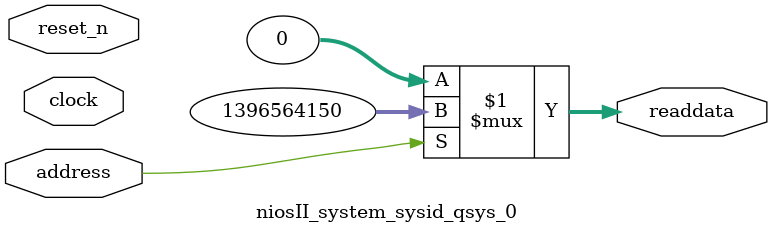
<source format=v>

`timescale 1ns / 1ps
// synthesis translate_on

// turn off superfluous verilog processor warnings 
// altera message_level Level1 
// altera message_off 10034 10035 10036 10037 10230 10240 10030 

module niosII_system_sysid_qsys_0 (
               // inputs:
                address,
                clock,
                reset_n,

               // outputs:
                readdata
             )
;

  output  [ 31: 0] readdata;
  input            address;
  input            clock;
  input            reset_n;

  wire    [ 31: 0] readdata;
  //control_slave, which is an e_avalon_slave
  assign readdata = address ? 1396564150 : 0;

endmodule




</source>
